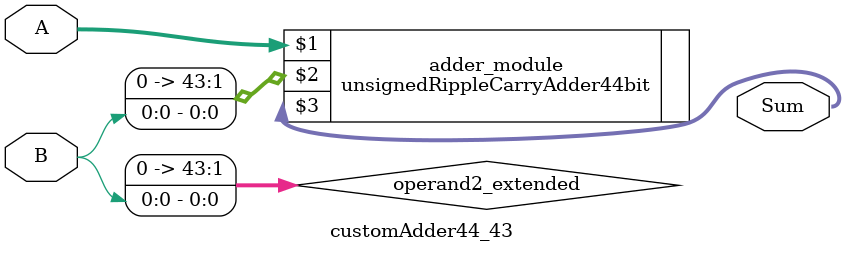
<source format=v>
module customAdder44_43(
                        input [43 : 0] A,
                        input [0 : 0] B,
                        
                        output [44 : 0] Sum
                );

        wire [43 : 0] operand2_extended;
        
        assign operand2_extended =  {43'b0, B};
        
        unsignedRippleCarryAdder44bit adder_module(
            A,
            operand2_extended,
            Sum
        );
        
        endmodule
        
</source>
